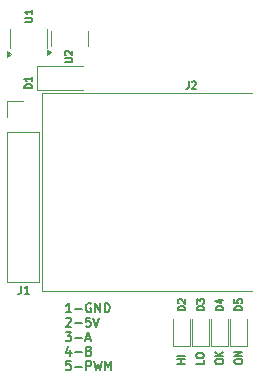
<source format=gbr>
%TF.GenerationSoftware,KiCad,Pcbnew,8.0.4-8.0.4-0~ubuntu22.04.1*%
%TF.CreationDate,2024-08-24T22:10:27-07:00*%
%TF.ProjectId,mag-encoder,6d61672d-656e-4636-9f64-65722e6b6963,0*%
%TF.SameCoordinates,Original*%
%TF.FileFunction,Legend,Top*%
%TF.FilePolarity,Positive*%
%FSLAX46Y46*%
G04 Gerber Fmt 4.6, Leading zero omitted, Abs format (unit mm)*
G04 Created by KiCad (PCBNEW 8.0.4-8.0.4-0~ubuntu22.04.1) date 2024-08-24 22:10:27*
%MOMM*%
%LPD*%
G01*
G04 APERTURE LIST*
%ADD10C,0.152400*%
%ADD11C,0.127000*%
%ADD12C,0.120000*%
%ADD13C,0.100000*%
G04 APERTURE END LIST*
D10*
X225470834Y-133759360D02*
X225035405Y-133759360D01*
X225253120Y-133759360D02*
X225253120Y-132997360D01*
X225253120Y-132997360D02*
X225180548Y-133106217D01*
X225180548Y-133106217D02*
X225107977Y-133178789D01*
X225107977Y-133178789D02*
X225035405Y-133215075D01*
X225797405Y-133469075D02*
X226377977Y-133469075D01*
X227139977Y-133033646D02*
X227067406Y-132997360D01*
X227067406Y-132997360D02*
X226958548Y-132997360D01*
X226958548Y-132997360D02*
X226849691Y-133033646D01*
X226849691Y-133033646D02*
X226777120Y-133106217D01*
X226777120Y-133106217D02*
X226740834Y-133178789D01*
X226740834Y-133178789D02*
X226704548Y-133323932D01*
X226704548Y-133323932D02*
X226704548Y-133432789D01*
X226704548Y-133432789D02*
X226740834Y-133577932D01*
X226740834Y-133577932D02*
X226777120Y-133650503D01*
X226777120Y-133650503D02*
X226849691Y-133723075D01*
X226849691Y-133723075D02*
X226958548Y-133759360D01*
X226958548Y-133759360D02*
X227031120Y-133759360D01*
X227031120Y-133759360D02*
X227139977Y-133723075D01*
X227139977Y-133723075D02*
X227176263Y-133686789D01*
X227176263Y-133686789D02*
X227176263Y-133432789D01*
X227176263Y-133432789D02*
X227031120Y-133432789D01*
X227502834Y-133759360D02*
X227502834Y-132997360D01*
X227502834Y-132997360D02*
X227938263Y-133759360D01*
X227938263Y-133759360D02*
X227938263Y-132997360D01*
X228301120Y-133759360D02*
X228301120Y-132997360D01*
X228301120Y-132997360D02*
X228482549Y-132997360D01*
X228482549Y-132997360D02*
X228591406Y-133033646D01*
X228591406Y-133033646D02*
X228663977Y-133106217D01*
X228663977Y-133106217D02*
X228700263Y-133178789D01*
X228700263Y-133178789D02*
X228736549Y-133323932D01*
X228736549Y-133323932D02*
X228736549Y-133432789D01*
X228736549Y-133432789D02*
X228700263Y-133577932D01*
X228700263Y-133577932D02*
X228663977Y-133650503D01*
X228663977Y-133650503D02*
X228591406Y-133723075D01*
X228591406Y-133723075D02*
X228482549Y-133759360D01*
X228482549Y-133759360D02*
X228301120Y-133759360D01*
X225035405Y-134296709D02*
X225071691Y-134260423D01*
X225071691Y-134260423D02*
X225144263Y-134224137D01*
X225144263Y-134224137D02*
X225325691Y-134224137D01*
X225325691Y-134224137D02*
X225398263Y-134260423D01*
X225398263Y-134260423D02*
X225434548Y-134296709D01*
X225434548Y-134296709D02*
X225470834Y-134369280D01*
X225470834Y-134369280D02*
X225470834Y-134441852D01*
X225470834Y-134441852D02*
X225434548Y-134550709D01*
X225434548Y-134550709D02*
X224999120Y-134986137D01*
X224999120Y-134986137D02*
X225470834Y-134986137D01*
X225797405Y-134695852D02*
X226377977Y-134695852D01*
X227103691Y-134224137D02*
X226740834Y-134224137D01*
X226740834Y-134224137D02*
X226704548Y-134586994D01*
X226704548Y-134586994D02*
X226740834Y-134550709D01*
X226740834Y-134550709D02*
X226813406Y-134514423D01*
X226813406Y-134514423D02*
X226994834Y-134514423D01*
X226994834Y-134514423D02*
X227067406Y-134550709D01*
X227067406Y-134550709D02*
X227103691Y-134586994D01*
X227103691Y-134586994D02*
X227139977Y-134659566D01*
X227139977Y-134659566D02*
X227139977Y-134840994D01*
X227139977Y-134840994D02*
X227103691Y-134913566D01*
X227103691Y-134913566D02*
X227067406Y-134949852D01*
X227067406Y-134949852D02*
X226994834Y-134986137D01*
X226994834Y-134986137D02*
X226813406Y-134986137D01*
X226813406Y-134986137D02*
X226740834Y-134949852D01*
X226740834Y-134949852D02*
X226704548Y-134913566D01*
X227357691Y-134224137D02*
X227611691Y-134986137D01*
X227611691Y-134986137D02*
X227865691Y-134224137D01*
X224999120Y-135450914D02*
X225470834Y-135450914D01*
X225470834Y-135450914D02*
X225216834Y-135741200D01*
X225216834Y-135741200D02*
X225325691Y-135741200D01*
X225325691Y-135741200D02*
X225398263Y-135777486D01*
X225398263Y-135777486D02*
X225434548Y-135813771D01*
X225434548Y-135813771D02*
X225470834Y-135886343D01*
X225470834Y-135886343D02*
X225470834Y-136067771D01*
X225470834Y-136067771D02*
X225434548Y-136140343D01*
X225434548Y-136140343D02*
X225398263Y-136176629D01*
X225398263Y-136176629D02*
X225325691Y-136212914D01*
X225325691Y-136212914D02*
X225107977Y-136212914D01*
X225107977Y-136212914D02*
X225035405Y-136176629D01*
X225035405Y-136176629D02*
X224999120Y-136140343D01*
X225797405Y-135922629D02*
X226377977Y-135922629D01*
X226704548Y-135995200D02*
X227067406Y-135995200D01*
X226631977Y-136212914D02*
X226885977Y-135450914D01*
X226885977Y-135450914D02*
X227139977Y-136212914D01*
X225398263Y-136931691D02*
X225398263Y-137439691D01*
X225216834Y-136641406D02*
X225035405Y-137185691D01*
X225035405Y-137185691D02*
X225507120Y-137185691D01*
X225797405Y-137149406D02*
X226377977Y-137149406D01*
X226994834Y-137040548D02*
X227103691Y-137076834D01*
X227103691Y-137076834D02*
X227139977Y-137113120D01*
X227139977Y-137113120D02*
X227176263Y-137185691D01*
X227176263Y-137185691D02*
X227176263Y-137294548D01*
X227176263Y-137294548D02*
X227139977Y-137367120D01*
X227139977Y-137367120D02*
X227103691Y-137403406D01*
X227103691Y-137403406D02*
X227031120Y-137439691D01*
X227031120Y-137439691D02*
X226740834Y-137439691D01*
X226740834Y-137439691D02*
X226740834Y-136677691D01*
X226740834Y-136677691D02*
X226994834Y-136677691D01*
X226994834Y-136677691D02*
X227067406Y-136713977D01*
X227067406Y-136713977D02*
X227103691Y-136750263D01*
X227103691Y-136750263D02*
X227139977Y-136822834D01*
X227139977Y-136822834D02*
X227139977Y-136895406D01*
X227139977Y-136895406D02*
X227103691Y-136967977D01*
X227103691Y-136967977D02*
X227067406Y-137004263D01*
X227067406Y-137004263D02*
X226994834Y-137040548D01*
X226994834Y-137040548D02*
X226740834Y-137040548D01*
X225434548Y-137904468D02*
X225071691Y-137904468D01*
X225071691Y-137904468D02*
X225035405Y-138267325D01*
X225035405Y-138267325D02*
X225071691Y-138231040D01*
X225071691Y-138231040D02*
X225144263Y-138194754D01*
X225144263Y-138194754D02*
X225325691Y-138194754D01*
X225325691Y-138194754D02*
X225398263Y-138231040D01*
X225398263Y-138231040D02*
X225434548Y-138267325D01*
X225434548Y-138267325D02*
X225470834Y-138339897D01*
X225470834Y-138339897D02*
X225470834Y-138521325D01*
X225470834Y-138521325D02*
X225434548Y-138593897D01*
X225434548Y-138593897D02*
X225398263Y-138630183D01*
X225398263Y-138630183D02*
X225325691Y-138666468D01*
X225325691Y-138666468D02*
X225144263Y-138666468D01*
X225144263Y-138666468D02*
X225071691Y-138630183D01*
X225071691Y-138630183D02*
X225035405Y-138593897D01*
X225797405Y-138376183D02*
X226377977Y-138376183D01*
X226740834Y-138666468D02*
X226740834Y-137904468D01*
X226740834Y-137904468D02*
X227031120Y-137904468D01*
X227031120Y-137904468D02*
X227103691Y-137940754D01*
X227103691Y-137940754D02*
X227139977Y-137977040D01*
X227139977Y-137977040D02*
X227176263Y-138049611D01*
X227176263Y-138049611D02*
X227176263Y-138158468D01*
X227176263Y-138158468D02*
X227139977Y-138231040D01*
X227139977Y-138231040D02*
X227103691Y-138267325D01*
X227103691Y-138267325D02*
X227031120Y-138303611D01*
X227031120Y-138303611D02*
X226740834Y-138303611D01*
X227430263Y-137904468D02*
X227611691Y-138666468D01*
X227611691Y-138666468D02*
X227756834Y-138122183D01*
X227756834Y-138122183D02*
X227901977Y-138666468D01*
X227901977Y-138666468D02*
X228083406Y-137904468D01*
X228373691Y-138666468D02*
X228373691Y-137904468D01*
X228373691Y-137904468D02*
X228627691Y-138448754D01*
X228627691Y-138448754D02*
X228881691Y-137904468D01*
X228881691Y-137904468D02*
X228881691Y-138666468D01*
D11*
X221541876Y-109181749D02*
X222055923Y-109181749D01*
X222055923Y-109181749D02*
X222116399Y-109151511D01*
X222116399Y-109151511D02*
X222146638Y-109121273D01*
X222146638Y-109121273D02*
X222176876Y-109060797D01*
X222176876Y-109060797D02*
X222176876Y-108939844D01*
X222176876Y-108939844D02*
X222146638Y-108879368D01*
X222146638Y-108879368D02*
X222116399Y-108849130D01*
X222116399Y-108849130D02*
X222055923Y-108818892D01*
X222055923Y-108818892D02*
X221541876Y-108818892D01*
X222176876Y-108183892D02*
X222176876Y-108546749D01*
X222176876Y-108365321D02*
X221541876Y-108365321D01*
X221541876Y-108365321D02*
X221632590Y-108425797D01*
X221632590Y-108425797D02*
X221693066Y-108486273D01*
X221693066Y-108486273D02*
X221723304Y-108546749D01*
X239936159Y-133615490D02*
X239301159Y-133615490D01*
X239301159Y-133615490D02*
X239301159Y-133464300D01*
X239301159Y-133464300D02*
X239331397Y-133373585D01*
X239331397Y-133373585D02*
X239391873Y-133313109D01*
X239391873Y-133313109D02*
X239452349Y-133282871D01*
X239452349Y-133282871D02*
X239573301Y-133252633D01*
X239573301Y-133252633D02*
X239664016Y-133252633D01*
X239664016Y-133252633D02*
X239784968Y-133282871D01*
X239784968Y-133282871D02*
X239845444Y-133313109D01*
X239845444Y-133313109D02*
X239905921Y-133373585D01*
X239905921Y-133373585D02*
X239936159Y-133464300D01*
X239936159Y-133464300D02*
X239936159Y-133615490D01*
X239301159Y-132678109D02*
X239301159Y-132980490D01*
X239301159Y-132980490D02*
X239603540Y-133010728D01*
X239603540Y-133010728D02*
X239573301Y-132980490D01*
X239573301Y-132980490D02*
X239543063Y-132920014D01*
X239543063Y-132920014D02*
X239543063Y-132768823D01*
X239543063Y-132768823D02*
X239573301Y-132708347D01*
X239573301Y-132708347D02*
X239603540Y-132678109D01*
X239603540Y-132678109D02*
X239664016Y-132647871D01*
X239664016Y-132647871D02*
X239815206Y-132647871D01*
X239815206Y-132647871D02*
X239875682Y-132678109D01*
X239875682Y-132678109D02*
X239905921Y-132708347D01*
X239905921Y-132708347D02*
X239936159Y-132768823D01*
X239936159Y-132768823D02*
X239936159Y-132920014D01*
X239936159Y-132920014D02*
X239905921Y-132980490D01*
X239905921Y-132980490D02*
X239875682Y-133010728D01*
X239301159Y-138010900D02*
X239301159Y-137889947D01*
X239301159Y-137889947D02*
X239331397Y-137829471D01*
X239331397Y-137829471D02*
X239391873Y-137768995D01*
X239391873Y-137768995D02*
X239512825Y-137738757D01*
X239512825Y-137738757D02*
X239724492Y-137738757D01*
X239724492Y-137738757D02*
X239845444Y-137768995D01*
X239845444Y-137768995D02*
X239905921Y-137829471D01*
X239905921Y-137829471D02*
X239936159Y-137889947D01*
X239936159Y-137889947D02*
X239936159Y-138010900D01*
X239936159Y-138010900D02*
X239905921Y-138071376D01*
X239905921Y-138071376D02*
X239845444Y-138131852D01*
X239845444Y-138131852D02*
X239724492Y-138162090D01*
X239724492Y-138162090D02*
X239512825Y-138162090D01*
X239512825Y-138162090D02*
X239391873Y-138131852D01*
X239391873Y-138131852D02*
X239331397Y-138071376D01*
X239331397Y-138071376D02*
X239301159Y-138010900D01*
X239936159Y-137466614D02*
X239301159Y-137466614D01*
X239301159Y-137466614D02*
X239936159Y-137103757D01*
X239936159Y-137103757D02*
X239301159Y-137103757D01*
X236735759Y-133615490D02*
X236100759Y-133615490D01*
X236100759Y-133615490D02*
X236100759Y-133464300D01*
X236100759Y-133464300D02*
X236130997Y-133373585D01*
X236130997Y-133373585D02*
X236191473Y-133313109D01*
X236191473Y-133313109D02*
X236251949Y-133282871D01*
X236251949Y-133282871D02*
X236372901Y-133252633D01*
X236372901Y-133252633D02*
X236463616Y-133252633D01*
X236463616Y-133252633D02*
X236584568Y-133282871D01*
X236584568Y-133282871D02*
X236645044Y-133313109D01*
X236645044Y-133313109D02*
X236705521Y-133373585D01*
X236705521Y-133373585D02*
X236735759Y-133464300D01*
X236735759Y-133464300D02*
X236735759Y-133615490D01*
X236100759Y-133040966D02*
X236100759Y-132647871D01*
X236100759Y-132647871D02*
X236342663Y-132859538D01*
X236342663Y-132859538D02*
X236342663Y-132768823D01*
X236342663Y-132768823D02*
X236372901Y-132708347D01*
X236372901Y-132708347D02*
X236403140Y-132678109D01*
X236403140Y-132678109D02*
X236463616Y-132647871D01*
X236463616Y-132647871D02*
X236614806Y-132647871D01*
X236614806Y-132647871D02*
X236675282Y-132678109D01*
X236675282Y-132678109D02*
X236705521Y-132708347D01*
X236705521Y-132708347D02*
X236735759Y-132768823D01*
X236735759Y-132768823D02*
X236735759Y-132950252D01*
X236735759Y-132950252D02*
X236705521Y-133010728D01*
X236705521Y-133010728D02*
X236675282Y-133040966D01*
X236701892Y-137829471D02*
X236701892Y-138131852D01*
X236701892Y-138131852D02*
X236066892Y-138131852D01*
X236066892Y-137496852D02*
X236066892Y-137375899D01*
X236066892Y-137375899D02*
X236097130Y-137315423D01*
X236097130Y-137315423D02*
X236157606Y-137254947D01*
X236157606Y-137254947D02*
X236278558Y-137224709D01*
X236278558Y-137224709D02*
X236490225Y-137224709D01*
X236490225Y-137224709D02*
X236611177Y-137254947D01*
X236611177Y-137254947D02*
X236671654Y-137315423D01*
X236671654Y-137315423D02*
X236701892Y-137375899D01*
X236701892Y-137375899D02*
X236701892Y-137496852D01*
X236701892Y-137496852D02*
X236671654Y-137557328D01*
X236671654Y-137557328D02*
X236611177Y-137617804D01*
X236611177Y-137617804D02*
X236490225Y-137648042D01*
X236490225Y-137648042D02*
X236278558Y-137648042D01*
X236278558Y-137648042D02*
X236157606Y-137617804D01*
X236157606Y-137617804D02*
X236097130Y-137557328D01*
X236097130Y-137557328D02*
X236066892Y-137496852D01*
X224950159Y-112624809D02*
X225464206Y-112624809D01*
X225464206Y-112624809D02*
X225524682Y-112594571D01*
X225524682Y-112594571D02*
X225554921Y-112564333D01*
X225554921Y-112564333D02*
X225585159Y-112503857D01*
X225585159Y-112503857D02*
X225585159Y-112382904D01*
X225585159Y-112382904D02*
X225554921Y-112322428D01*
X225554921Y-112322428D02*
X225524682Y-112292190D01*
X225524682Y-112292190D02*
X225464206Y-112261952D01*
X225464206Y-112261952D02*
X224950159Y-112261952D01*
X225010635Y-111989809D02*
X224980397Y-111959571D01*
X224980397Y-111959571D02*
X224950159Y-111899095D01*
X224950159Y-111899095D02*
X224950159Y-111747904D01*
X224950159Y-111747904D02*
X224980397Y-111687428D01*
X224980397Y-111687428D02*
X225010635Y-111657190D01*
X225010635Y-111657190D02*
X225071111Y-111626952D01*
X225071111Y-111626952D02*
X225131587Y-111626952D01*
X225131587Y-111626952D02*
X225222301Y-111657190D01*
X225222301Y-111657190D02*
X225585159Y-112020047D01*
X225585159Y-112020047D02*
X225585159Y-111626952D01*
X235424133Y-114206159D02*
X235424133Y-114659730D01*
X235424133Y-114659730D02*
X235393894Y-114750444D01*
X235393894Y-114750444D02*
X235333418Y-114810921D01*
X235333418Y-114810921D02*
X235242704Y-114841159D01*
X235242704Y-114841159D02*
X235182228Y-114841159D01*
X235696276Y-114266635D02*
X235726514Y-114236397D01*
X235726514Y-114236397D02*
X235786990Y-114206159D01*
X235786990Y-114206159D02*
X235938181Y-114206159D01*
X235938181Y-114206159D02*
X235998657Y-114236397D01*
X235998657Y-114236397D02*
X236028895Y-114266635D01*
X236028895Y-114266635D02*
X236059133Y-114327111D01*
X236059133Y-114327111D02*
X236059133Y-114387587D01*
X236059133Y-114387587D02*
X236028895Y-114478301D01*
X236028895Y-114478301D02*
X235666038Y-114841159D01*
X235666038Y-114841159D02*
X236059133Y-114841159D01*
X238335959Y-133615490D02*
X237700959Y-133615490D01*
X237700959Y-133615490D02*
X237700959Y-133464300D01*
X237700959Y-133464300D02*
X237731197Y-133373585D01*
X237731197Y-133373585D02*
X237791673Y-133313109D01*
X237791673Y-133313109D02*
X237852149Y-133282871D01*
X237852149Y-133282871D02*
X237973101Y-133252633D01*
X237973101Y-133252633D02*
X238063816Y-133252633D01*
X238063816Y-133252633D02*
X238184768Y-133282871D01*
X238184768Y-133282871D02*
X238245244Y-133313109D01*
X238245244Y-133313109D02*
X238305721Y-133373585D01*
X238305721Y-133373585D02*
X238335959Y-133464300D01*
X238335959Y-133464300D02*
X238335959Y-133615490D01*
X237912625Y-132708347D02*
X238335959Y-132708347D01*
X237670721Y-132859538D02*
X238124292Y-133010728D01*
X238124292Y-133010728D02*
X238124292Y-132617633D01*
X237684025Y-138010900D02*
X237684025Y-137889947D01*
X237684025Y-137889947D02*
X237714263Y-137829471D01*
X237714263Y-137829471D02*
X237774739Y-137768995D01*
X237774739Y-137768995D02*
X237895691Y-137738757D01*
X237895691Y-137738757D02*
X238107358Y-137738757D01*
X238107358Y-137738757D02*
X238228310Y-137768995D01*
X238228310Y-137768995D02*
X238288787Y-137829471D01*
X238288787Y-137829471D02*
X238319025Y-137889947D01*
X238319025Y-137889947D02*
X238319025Y-138010900D01*
X238319025Y-138010900D02*
X238288787Y-138071376D01*
X238288787Y-138071376D02*
X238228310Y-138131852D01*
X238228310Y-138131852D02*
X238107358Y-138162090D01*
X238107358Y-138162090D02*
X237895691Y-138162090D01*
X237895691Y-138162090D02*
X237774739Y-138131852D01*
X237774739Y-138131852D02*
X237714263Y-138071376D01*
X237714263Y-138071376D02*
X237684025Y-138010900D01*
X238319025Y-137466614D02*
X237684025Y-137466614D01*
X238319025Y-137103757D02*
X237956167Y-137375900D01*
X237684025Y-137103757D02*
X238046882Y-137466614D01*
X221250933Y-131579759D02*
X221250933Y-132033330D01*
X221250933Y-132033330D02*
X221220694Y-132124044D01*
X221220694Y-132124044D02*
X221160218Y-132184521D01*
X221160218Y-132184521D02*
X221069504Y-132214759D01*
X221069504Y-132214759D02*
X221009028Y-132214759D01*
X221885933Y-132214759D02*
X221523076Y-132214759D01*
X221704504Y-132214759D02*
X221704504Y-131579759D01*
X221704504Y-131579759D02*
X221644028Y-131670473D01*
X221644028Y-131670473D02*
X221583552Y-131730949D01*
X221583552Y-131730949D02*
X221523076Y-131761187D01*
X222156159Y-114819490D02*
X221521159Y-114819490D01*
X221521159Y-114819490D02*
X221521159Y-114668300D01*
X221521159Y-114668300D02*
X221551397Y-114577585D01*
X221551397Y-114577585D02*
X221611873Y-114517109D01*
X221611873Y-114517109D02*
X221672349Y-114486871D01*
X221672349Y-114486871D02*
X221793301Y-114456633D01*
X221793301Y-114456633D02*
X221884016Y-114456633D01*
X221884016Y-114456633D02*
X222004968Y-114486871D01*
X222004968Y-114486871D02*
X222065444Y-114517109D01*
X222065444Y-114517109D02*
X222125921Y-114577585D01*
X222125921Y-114577585D02*
X222156159Y-114668300D01*
X222156159Y-114668300D02*
X222156159Y-114819490D01*
X222156159Y-113851871D02*
X222156159Y-114214728D01*
X222156159Y-114033300D02*
X221521159Y-114033300D01*
X221521159Y-114033300D02*
X221611873Y-114093776D01*
X221611873Y-114093776D02*
X221672349Y-114154252D01*
X221672349Y-114154252D02*
X221702587Y-114214728D01*
X235135559Y-133615490D02*
X234500559Y-133615490D01*
X234500559Y-133615490D02*
X234500559Y-133464300D01*
X234500559Y-133464300D02*
X234530797Y-133373585D01*
X234530797Y-133373585D02*
X234591273Y-133313109D01*
X234591273Y-133313109D02*
X234651749Y-133282871D01*
X234651749Y-133282871D02*
X234772701Y-133252633D01*
X234772701Y-133252633D02*
X234863416Y-133252633D01*
X234863416Y-133252633D02*
X234984368Y-133282871D01*
X234984368Y-133282871D02*
X235044844Y-133313109D01*
X235044844Y-133313109D02*
X235105321Y-133373585D01*
X235105321Y-133373585D02*
X235135559Y-133464300D01*
X235135559Y-133464300D02*
X235135559Y-133615490D01*
X234561035Y-133010728D02*
X234530797Y-132980490D01*
X234530797Y-132980490D02*
X234500559Y-132920014D01*
X234500559Y-132920014D02*
X234500559Y-132768823D01*
X234500559Y-132768823D02*
X234530797Y-132708347D01*
X234530797Y-132708347D02*
X234561035Y-132678109D01*
X234561035Y-132678109D02*
X234621511Y-132647871D01*
X234621511Y-132647871D02*
X234681987Y-132647871D01*
X234681987Y-132647871D02*
X234772701Y-132678109D01*
X234772701Y-132678109D02*
X235135559Y-133040966D01*
X235135559Y-133040966D02*
X235135559Y-132647871D01*
X235084759Y-138131852D02*
X234449759Y-138131852D01*
X234752140Y-138131852D02*
X234752140Y-137768995D01*
X235084759Y-137768995D02*
X234449759Y-137768995D01*
X235084759Y-137466614D02*
X234449759Y-137466614D01*
D12*
%TO.C,U1*%
X220309000Y-110617000D02*
X220309000Y-109817000D01*
X220309000Y-110617000D02*
X220309000Y-111417000D01*
X223429000Y-110617000D02*
X223429000Y-109817000D01*
X223429000Y-110617000D02*
X223429000Y-111417000D01*
X220359000Y-111917000D02*
X220029000Y-112157000D01*
X220029000Y-111677000D01*
X220359000Y-111917000D01*
G36*
X220359000Y-111917000D02*
G01*
X220029000Y-112157000D01*
X220029000Y-111677000D01*
X220359000Y-111917000D01*
G37*
%TO.C,D5*%
X238888600Y-134328000D02*
X238888600Y-136613000D01*
X238888600Y-136613000D02*
X240358600Y-136613000D01*
X240358600Y-136613000D02*
X240358600Y-134328000D01*
%TO.C,D3*%
X235688200Y-134328000D02*
X235688200Y-136613000D01*
X235688200Y-136613000D02*
X237158200Y-136613000D01*
X237158200Y-136613000D02*
X237158200Y-134328000D01*
%TO.C,U2*%
X223738000Y-110617000D02*
X223738000Y-109967000D01*
X223738000Y-110617000D02*
X223738000Y-111267000D01*
X226858000Y-110617000D02*
X226858000Y-109967000D01*
X226858000Y-110617000D02*
X226858000Y-111267000D01*
X223788000Y-111779500D02*
X223458000Y-112019500D01*
X223458000Y-111539500D01*
X223788000Y-111779500D01*
G36*
X223788000Y-111779500D02*
G01*
X223458000Y-112019500D01*
X223458000Y-111539500D01*
X223788000Y-111779500D01*
G37*
D13*
%TO.C,J2*%
X222977800Y-131946000D02*
X222977800Y-115196000D01*
X240777800Y-115196000D02*
X222977800Y-115196000D01*
X240777800Y-131946000D02*
X222977800Y-131946000D01*
D12*
%TO.C,D4*%
X237288400Y-134328000D02*
X237288400Y-136613000D01*
X237288400Y-136613000D02*
X238758400Y-136613000D01*
X238758400Y-136613000D02*
X238758400Y-134328000D01*
%TO.C,J1*%
X220081800Y-115891000D02*
X221411800Y-115891000D01*
X220081800Y-117221000D02*
X220081800Y-115891000D01*
X220081800Y-118491000D02*
X220081800Y-131251000D01*
X220081800Y-118491000D02*
X222741800Y-118491000D01*
X220081800Y-131251000D02*
X222741800Y-131251000D01*
X222741800Y-118491000D02*
X222741800Y-131251000D01*
%TO.C,D1*%
X222580000Y-112919000D02*
X222580000Y-114919000D01*
X222580000Y-112919000D02*
X226440000Y-112919000D01*
X222580000Y-114919000D02*
X226440000Y-114919000D01*
%TO.C,D2*%
X234088000Y-134328000D02*
X234088000Y-136613000D01*
X234088000Y-136613000D02*
X235558000Y-136613000D01*
X235558000Y-136613000D02*
X235558000Y-134328000D01*
%TD*%
M02*

</source>
